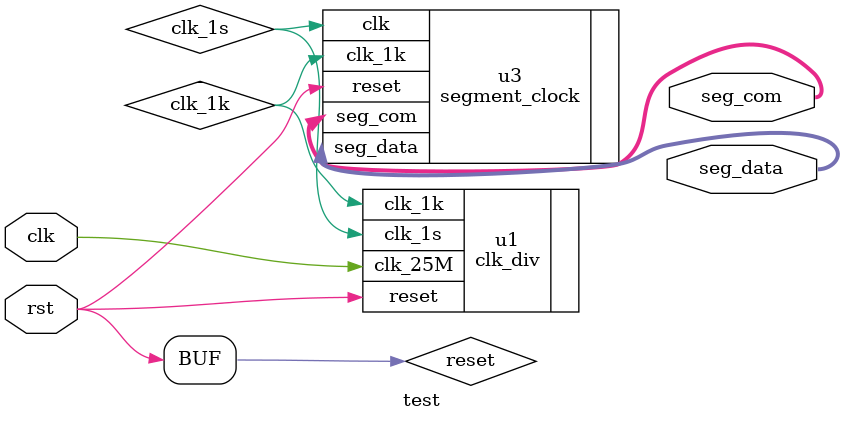
<source format=v>
module test(
	input clk, rst,
	output [7:0] seg_data, seg_com

);

	wire reset;
	assign reset = rst;
	wire clk_1k, clk_1s;

	clk_div u1(.clk_25M(clk), .reset(rst), .clk_1k(clk_1k), .clk_1s(clk_1s));
	segment_clock u3(.clk(clk_1s), .clk_1k(clk_1k), .reset(reset), .seg_data(seg_data), .seg_com(seg_com));
	

endmodule

</source>
